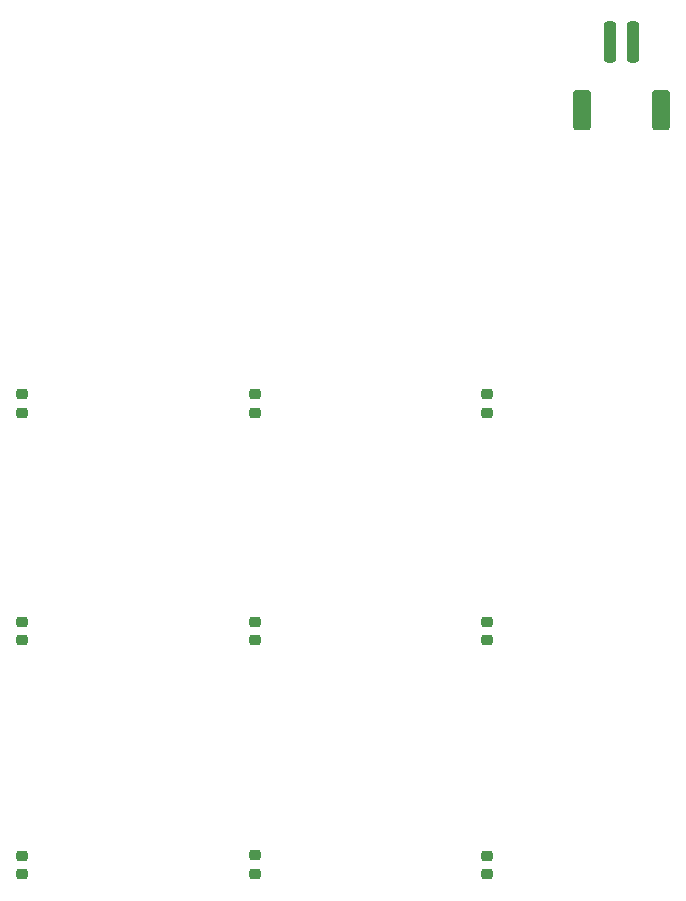
<source format=gbr>
%TF.GenerationSoftware,KiCad,Pcbnew,8.0.3*%
%TF.CreationDate,2024-07-18T02:13:28+08:00*%
%TF.ProjectId,sesto_remote_v2,73657374-6f5f-4726-956d-6f74655f7632,rev?*%
%TF.SameCoordinates,Original*%
%TF.FileFunction,Paste,Bot*%
%TF.FilePolarity,Positive*%
%FSLAX46Y46*%
G04 Gerber Fmt 4.6, Leading zero omitted, Abs format (unit mm)*
G04 Created by KiCad (PCBNEW 8.0.3) date 2024-07-18 02:13:28*
%MOMM*%
%LPD*%
G01*
G04 APERTURE LIST*
G04 Aperture macros list*
%AMRoundRect*
0 Rectangle with rounded corners*
0 $1 Rounding radius*
0 $2 $3 $4 $5 $6 $7 $8 $9 X,Y pos of 4 corners*
0 Add a 4 corners polygon primitive as box body*
4,1,4,$2,$3,$4,$5,$6,$7,$8,$9,$2,$3,0*
0 Add four circle primitives for the rounded corners*
1,1,$1+$1,$2,$3*
1,1,$1+$1,$4,$5*
1,1,$1+$1,$6,$7*
1,1,$1+$1,$8,$9*
0 Add four rect primitives between the rounded corners*
20,1,$1+$1,$2,$3,$4,$5,0*
20,1,$1+$1,$4,$5,$6,$7,0*
20,1,$1+$1,$6,$7,$8,$9,0*
20,1,$1+$1,$8,$9,$2,$3,0*%
G04 Aperture macros list end*
%ADD10RoundRect,0.250001X0.499999X1.449999X-0.499999X1.449999X-0.499999X-1.449999X0.499999X-1.449999X0*%
%ADD11RoundRect,0.250000X0.250000X1.500000X-0.250000X1.500000X-0.250000X-1.500000X0.250000X-1.500000X0*%
%ADD12RoundRect,0.218750X-0.256250X0.218750X-0.256250X-0.218750X0.256250X-0.218750X0.256250X0.218750X0*%
G04 APERTURE END LIST*
D10*
%TO.C,J4*%
X118170000Y-66540000D03*
X124870000Y-66540000D03*
D11*
X120520000Y-60790000D03*
X122520000Y-60790000D03*
%TD*%
D12*
%TO.C,D6*%
X110140000Y-109875000D03*
X110140000Y-111450000D03*
%TD*%
%TO.C,D3*%
X110140000Y-90612500D03*
X110140000Y-92187500D03*
%TD*%
%TO.C,D9*%
X110140000Y-129682500D03*
X110140000Y-131257500D03*
%TD*%
%TO.C,D7*%
X70750000Y-129702500D03*
X70750000Y-131277500D03*
%TD*%
%TO.C,D1*%
X70750000Y-90612500D03*
X70750000Y-92187500D03*
%TD*%
%TO.C,D5*%
X90510000Y-109875000D03*
X90510000Y-111450000D03*
%TD*%
%TO.C,D2*%
X90510000Y-90612500D03*
X90510000Y-92187500D03*
%TD*%
%TO.C,D8*%
X90510000Y-129675000D03*
X90510000Y-131250000D03*
%TD*%
%TO.C,D4*%
X70750000Y-109875000D03*
X70750000Y-111450000D03*
%TD*%
M02*

</source>
